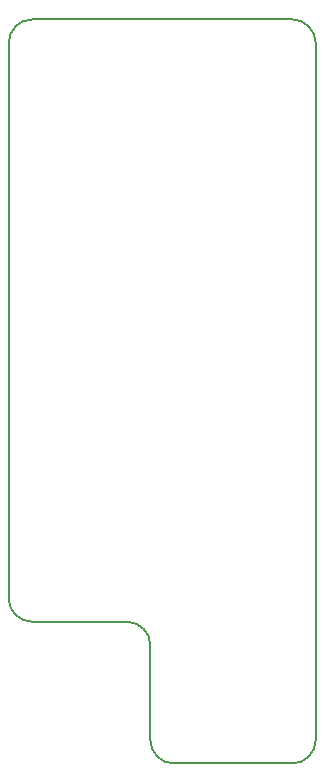
<source format=gbr>
G04 #@! TF.FileFunction,Profile,NP*
%FSLAX46Y46*%
G04 Gerber Fmt 4.6, Leading zero omitted, Abs format (unit mm)*
G04 Created by KiCad (PCBNEW 4.0.7-e1-6374~58~ubuntu14.04.1) date Fri Aug 25 00:07:31 2017*
%MOMM*%
%LPD*%
G01*
G04 APERTURE LIST*
%ADD10C,0.100000*%
%ADD11C,0.150000*%
G04 APERTURE END LIST*
D10*
D11*
X142400000Y-142000000D02*
X142450000Y-142000000D01*
X140000000Y-142000000D02*
X150000000Y-142000000D01*
X138000000Y-140000000D02*
G75*
G03X140000000Y-142000000I2000000J0D01*
G01*
X138000000Y-132000000D02*
X138000000Y-140000000D01*
X136000000Y-130000000D02*
G75*
G02X138000000Y-132000000I0J-2000000D01*
G01*
X126000000Y-128000000D02*
G75*
G03X128000000Y-130000000I2000000J0D01*
G01*
X136000000Y-130000000D02*
X128000000Y-130000000D01*
X152000000Y-140000000D02*
G75*
G02X150000000Y-142000000I-2000000J0D01*
G01*
X152000000Y-81000000D02*
X152000000Y-140000000D01*
X152000000Y-81000000D02*
G75*
G03X150000000Y-79000000I-2000000J0D01*
G01*
X128000000Y-79000000D02*
X150000000Y-79000000D01*
X128000000Y-79000000D02*
G75*
G03X126000000Y-81000000I0J-2000000D01*
G01*
X126000000Y-81000000D02*
X126000000Y-128000000D01*
M02*

</source>
